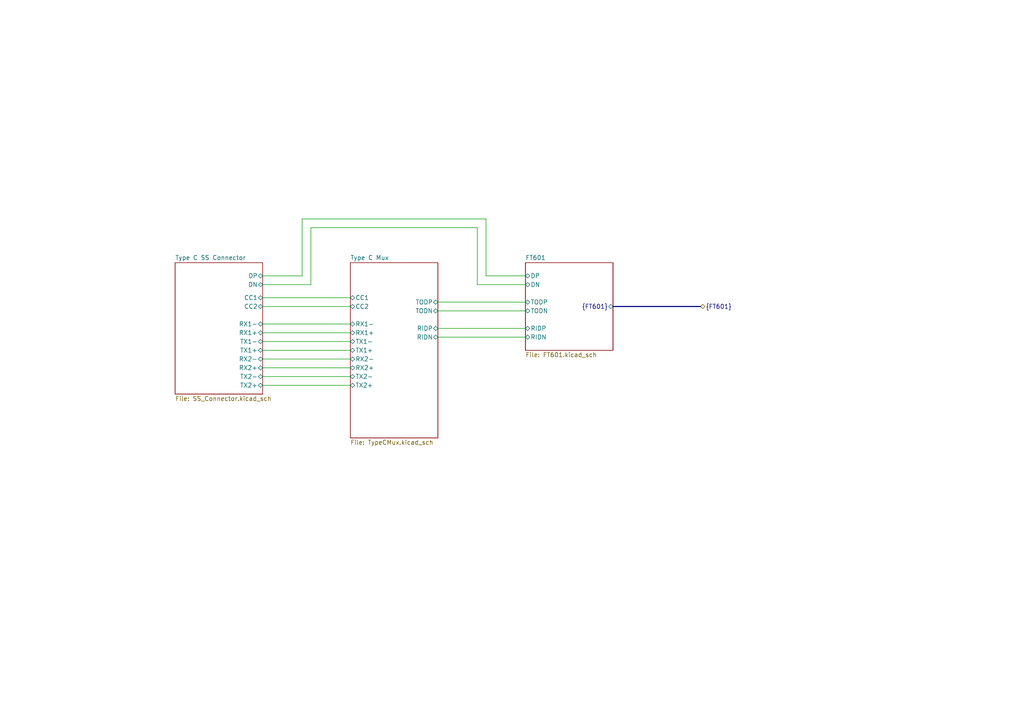
<source format=kicad_sch>
(kicad_sch
	(version 20231120)
	(generator "eeschema")
	(generator_version "8.0")
	(uuid "342b0470-aa83-45a5-8c09-20c70895e16a")
	(paper "A4")
	(title_block
		(title "PCIeDMA")
		(date "2024-01-01")
		(rev "1")
		(company "github.com/eggsampler")
	)
	(lib_symbols)
	(wire
		(pts
			(xy 138.43 66.04) (xy 90.17 66.04)
		)
		(stroke
			(width 0)
			(type default)
		)
		(uuid "003f3050-b64a-4e38-a7dd-e6c67e93dd17")
	)
	(wire
		(pts
			(xy 87.63 80.01) (xy 87.63 63.5)
		)
		(stroke
			(width 0)
			(type default)
		)
		(uuid "3d41bc6e-e58f-4532-b91b-c16106242f2b")
	)
	(wire
		(pts
			(xy 76.2 104.14) (xy 101.6 104.14)
		)
		(stroke
			(width 0)
			(type default)
		)
		(uuid "3e27ab09-43fb-4e27-ad37-4c3402505cde")
	)
	(wire
		(pts
			(xy 76.2 106.68) (xy 101.6 106.68)
		)
		(stroke
			(width 0)
			(type default)
		)
		(uuid "464dc292-30ad-4f73-92ff-09195c002c0e")
	)
	(wire
		(pts
			(xy 76.2 86.36) (xy 101.6 86.36)
		)
		(stroke
			(width 0)
			(type default)
		)
		(uuid "49360a01-ce26-44ac-a463-3f6ff5ce4e06")
	)
	(wire
		(pts
			(xy 76.2 80.01) (xy 87.63 80.01)
		)
		(stroke
			(width 0)
			(type default)
		)
		(uuid "4cd7df7b-091f-43cb-9d84-bf946971517c")
	)
	(wire
		(pts
			(xy 76.2 109.22) (xy 101.6 109.22)
		)
		(stroke
			(width 0)
			(type default)
		)
		(uuid "51e0dd94-a58e-4908-9aa2-3e80243ac0d0")
	)
	(wire
		(pts
			(xy 76.2 111.76) (xy 101.6 111.76)
		)
		(stroke
			(width 0)
			(type default)
		)
		(uuid "529d17f0-02c3-4592-8eac-ddbd63448d07")
	)
	(wire
		(pts
			(xy 90.17 82.55) (xy 76.2 82.55)
		)
		(stroke
			(width 0)
			(type default)
		)
		(uuid "55498931-38e2-432c-af8c-3dac8713bd59")
	)
	(wire
		(pts
			(xy 76.2 93.98) (xy 101.6 93.98)
		)
		(stroke
			(width 0)
			(type default)
		)
		(uuid "5d82dbb0-e314-48fb-807a-67fa4296fb80")
	)
	(wire
		(pts
			(xy 76.2 101.6) (xy 101.6 101.6)
		)
		(stroke
			(width 0)
			(type default)
		)
		(uuid "606a6007-8c32-4abc-a4c0-2e0700987752")
	)
	(wire
		(pts
			(xy 127 95.25) (xy 152.4 95.25)
		)
		(stroke
			(width 0)
			(type default)
		)
		(uuid "7dc6a9a1-9bbd-4b36-9909-834b7d42da6f")
	)
	(wire
		(pts
			(xy 152.4 82.55) (xy 138.43 82.55)
		)
		(stroke
			(width 0)
			(type default)
		)
		(uuid "8e1beaeb-c8be-4e41-9333-8161d32dec84")
	)
	(wire
		(pts
			(xy 127 97.79) (xy 152.4 97.79)
		)
		(stroke
			(width 0)
			(type default)
		)
		(uuid "95efd9e4-3e9e-4e7a-8767-7f808133fe59")
	)
	(wire
		(pts
			(xy 76.2 99.06) (xy 101.6 99.06)
		)
		(stroke
			(width 0)
			(type default)
		)
		(uuid "9b501fb1-c993-4121-b66b-fea00061f14b")
	)
	(wire
		(pts
			(xy 87.63 63.5) (xy 140.97 63.5)
		)
		(stroke
			(width 0)
			(type default)
		)
		(uuid "9f4d5fe8-e3ce-49c5-8df3-d70083bc65c9")
	)
	(wire
		(pts
			(xy 90.17 66.04) (xy 90.17 82.55)
		)
		(stroke
			(width 0)
			(type default)
		)
		(uuid "a4314c0f-1fc7-489a-9018-81d44a963add")
	)
	(wire
		(pts
			(xy 127 90.17) (xy 152.4 90.17)
		)
		(stroke
			(width 0)
			(type default)
		)
		(uuid "aca9f702-2ada-471d-84d0-87cf09eb465d")
	)
	(wire
		(pts
			(xy 140.97 80.01) (xy 152.4 80.01)
		)
		(stroke
			(width 0)
			(type default)
		)
		(uuid "ae09fe9d-87ff-42a9-98cd-79170e4c8988")
	)
	(bus
		(pts
			(xy 177.8 88.9) (xy 203.2 88.9)
		)
		(stroke
			(width 0)
			(type default)
		)
		(uuid "b0dbeacb-383d-4b85-b541-563281885281")
	)
	(wire
		(pts
			(xy 127 87.63) (xy 152.4 87.63)
		)
		(stroke
			(width 0)
			(type default)
		)
		(uuid "bb449247-d28a-4179-a4bb-d46c24b6807d")
	)
	(wire
		(pts
			(xy 138.43 82.55) (xy 138.43 66.04)
		)
		(stroke
			(width 0)
			(type default)
		)
		(uuid "cbafc78a-c0de-455c-a61f-da4f45dd4be8")
	)
	(wire
		(pts
			(xy 76.2 96.52) (xy 101.6 96.52)
		)
		(stroke
			(width 0)
			(type default)
		)
		(uuid "e35d0d5b-00e1-4275-83d0-276021687e03")
	)
	(wire
		(pts
			(xy 76.2 88.9) (xy 101.6 88.9)
		)
		(stroke
			(width 0)
			(type default)
		)
		(uuid "e47b6d81-a37d-4c30-aec7-a09cbd12c05b")
	)
	(wire
		(pts
			(xy 140.97 63.5) (xy 140.97 80.01)
		)
		(stroke
			(width 0)
			(type default)
		)
		(uuid "fdefcb5b-6979-4970-b89e-30591a5787e7")
	)
	(hierarchical_label "{FT601}"
		(shape bidirectional)
		(at 203.2 88.9 0)
		(fields_autoplaced yes)
		(effects
			(font
				(size 1.27 1.27)
			)
			(justify left)
		)
		(uuid "7bc03afc-18ce-4c2a-84ac-32f16ed332e9")
	)
	(sheet
		(at 152.4 76.2)
		(size 25.4 25.4)
		(fields_autoplaced yes)
		(stroke
			(width 0.1524)
			(type solid)
		)
		(fill
			(color 0 0 0 0.0000)
		)
		(uuid "1e1765f3-545d-4aaf-abef-9d51765eb357")
		(property "Sheetname" "FT601"
			(at 152.4 75.4884 0)
			(effects
				(font
					(size 1.27 1.27)
				)
				(justify left bottom)
			)
		)
		(property "Sheetfile" "FT601.kicad_sch"
			(at 152.4 102.1846 0)
			(effects
				(font
					(size 1.27 1.27)
				)
				(justify left top)
			)
		)
		(pin "{FT601}" bidirectional
			(at 177.8 88.9 0)
			(effects
				(font
					(size 1.27 1.27)
				)
				(justify right)
			)
			(uuid "91112773-2cd4-4bae-8d5a-b19f67df612e")
		)
		(pin "DP" bidirectional
			(at 152.4 80.01 180)
			(effects
				(font
					(size 1.27 1.27)
				)
				(justify left)
			)
			(uuid "9c3c18fc-c9d0-4b09-b69c-64a3386bfa1d")
		)
		(pin "TODN" bidirectional
			(at 152.4 90.17 180)
			(effects
				(font
					(size 1.27 1.27)
				)
				(justify left)
			)
			(uuid "187cf84c-1dc9-497e-9228-5288a427dfa2")
		)
		(pin "RIDP" bidirectional
			(at 152.4 95.25 180)
			(effects
				(font
					(size 1.27 1.27)
				)
				(justify left)
			)
			(uuid "490022cf-b637-4487-9cef-bf80a84e3ee2")
		)
		(pin "RIDN" bidirectional
			(at 152.4 97.79 180)
			(effects
				(font
					(size 1.27 1.27)
				)
				(justify left)
			)
			(uuid "6419dc20-8bb4-4483-8a05-488448317902")
		)
		(pin "TODP" bidirectional
			(at 152.4 87.63 180)
			(effects
				(font
					(size 1.27 1.27)
				)
				(justify left)
			)
			(uuid "c019d8fb-29f9-4393-a1f6-40a43fd964e2")
		)
		(pin "DN" bidirectional
			(at 152.4 82.55 180)
			(effects
				(font
					(size 1.27 1.27)
				)
				(justify left)
			)
			(uuid "cb933015-dda8-4ce0-afcf-b4f2e324e649")
		)
		(instances
			(project "PCIeDMA"
				(path "/e81b7940-99a9-4b7f-b36e-83163c2a41ea/7a0228e7-fd71-4077-a299-fb4e56b9ae94"
					(page "7")
				)
			)
		)
	)
	(sheet
		(at 101.6 76.2)
		(size 25.4 50.8)
		(fields_autoplaced yes)
		(stroke
			(width 0.1524)
			(type solid)
		)
		(fill
			(color 0 0 0 0.0000)
		)
		(uuid "548d1db4-f934-444a-a617-145d366d240a")
		(property "Sheetname" "Type C Mux"
			(at 101.6 75.4884 0)
			(effects
				(font
					(size 1.27 1.27)
				)
				(justify left bottom)
			)
		)
		(property "Sheetfile" "TypeCMux.kicad_sch"
			(at 101.6 127.5846 0)
			(effects
				(font
					(size 1.27 1.27)
				)
				(justify left top)
			)
		)
		(pin "RIDP" bidirectional
			(at 127 95.25 0)
			(effects
				(font
					(size 1.27 1.27)
				)
				(justify right)
			)
			(uuid "43cbb341-eaec-4878-afb5-1f5d232c27dc")
		)
		(pin "TODP" bidirectional
			(at 127 87.63 0)
			(effects
				(font
					(size 1.27 1.27)
				)
				(justify right)
			)
			(uuid "6651937c-dac6-4284-ba1c-78c5b4931040")
		)
		(pin "TODN" bidirectional
			(at 127 90.17 0)
			(effects
				(font
					(size 1.27 1.27)
				)
				(justify right)
			)
			(uuid "74843548-f275-4980-aa44-a582c792490d")
		)
		(pin "RIDN" bidirectional
			(at 127 97.79 0)
			(effects
				(font
					(size 1.27 1.27)
				)
				(justify right)
			)
			(uuid "b1bbc23c-8a42-4f6e-8cfb-2b02a7a71008")
		)
		(pin "TX1+" bidirectional
			(at 101.6 101.6 180)
			(effects
				(font
					(size 1.27 1.27)
				)
				(justify left)
			)
			(uuid "6a016a90-602a-4b72-92b7-5a4272b9de27")
		)
		(pin "RX1+" bidirectional
			(at 101.6 96.52 180)
			(effects
				(font
					(size 1.27 1.27)
				)
				(justify left)
			)
			(uuid "dfe7cc46-9d82-4210-9704-8663bb742cd0")
		)
		(pin "TX1-" bidirectional
			(at 101.6 99.06 180)
			(effects
				(font
					(size 1.27 1.27)
				)
				(justify left)
			)
			(uuid "cd0291d1-1051-4e4f-8ebf-87c37e1b2fa4")
		)
		(pin "RX2-" bidirectional
			(at 101.6 104.14 180)
			(effects
				(font
					(size 1.27 1.27)
				)
				(justify left)
			)
			(uuid "70ea42d9-1600-4257-bdfa-3ce4286b352d")
		)
		(pin "TX2-" bidirectional
			(at 101.6 109.22 180)
			(effects
				(font
					(size 1.27 1.27)
				)
				(justify left)
			)
			(uuid "e3b5d649-5229-43ea-913f-41c339ed96db")
		)
		(pin "RX2+" bidirectional
			(at 101.6 106.68 180)
			(effects
				(font
					(size 1.27 1.27)
				)
				(justify left)
			)
			(uuid "288b76cf-8e34-4d78-a0a3-af357c007dc1")
		)
		(pin "RX1-" bidirectional
			(at 101.6 93.98 180)
			(effects
				(font
					(size 1.27 1.27)
				)
				(justify left)
			)
			(uuid "15ceb985-cb7c-4c04-aa08-f6386c04379b")
		)
		(pin "TX2+" bidirectional
			(at 101.6 111.76 180)
			(effects
				(font
					(size 1.27 1.27)
				)
				(justify left)
			)
			(uuid "a386a5e1-d0e4-4966-8327-8ef32f41c46e")
		)
		(pin "CC2" bidirectional
			(at 101.6 88.9 180)
			(effects
				(font
					(size 1.27 1.27)
				)
				(justify left)
			)
			(uuid "f10710d8-949c-45dd-9fc1-fffc89005064")
		)
		(pin "CC1" bidirectional
			(at 101.6 86.36 180)
			(effects
				(font
					(size 1.27 1.27)
				)
				(justify left)
			)
			(uuid "c3bee9a1-715a-4bbb-85f8-829ad6a94594")
		)
		(instances
			(project "PCIeDMA"
				(path "/e81b7940-99a9-4b7f-b36e-83163c2a41ea/7a0228e7-fd71-4077-a299-fb4e56b9ae94"
					(page "6")
				)
			)
		)
	)
	(sheet
		(at 50.8 76.2)
		(size 25.4 38.1)
		(fields_autoplaced yes)
		(stroke
			(width 0.1524)
			(type solid)
		)
		(fill
			(color 0 0 0 0.0000)
		)
		(uuid "c6b17c31-cfdb-46cd-b24a-c1c1d0663a5b")
		(property "Sheetname" "Type C SS Connector"
			(at 50.8 75.4884 0)
			(effects
				(font
					(size 1.27 1.27)
				)
				(justify left bottom)
			)
		)
		(property "Sheetfile" "SS_Connector.kicad_sch"
			(at 50.8 114.8846 0)
			(effects
				(font
					(size 1.27 1.27)
				)
				(justify left top)
			)
		)
		(pin "DP" bidirectional
			(at 76.2 80.01 0)
			(effects
				(font
					(size 1.27 1.27)
				)
				(justify right)
			)
			(uuid "3135b99a-7373-4c47-84e7-b54360c06b42")
		)
		(pin "CC1" bidirectional
			(at 76.2 86.36 0)
			(effects
				(font
					(size 1.27 1.27)
				)
				(justify right)
			)
			(uuid "89c9252b-ec31-4b88-bde9-e01234033454")
		)
		(pin "CC2" bidirectional
			(at 76.2 88.9 0)
			(effects
				(font
					(size 1.27 1.27)
				)
				(justify right)
			)
			(uuid "c2c6ab6e-94bb-4224-a6e5-79045f0a1399")
		)
		(pin "DN" bidirectional
			(at 76.2 82.55 0)
			(effects
				(font
					(size 1.27 1.27)
				)
				(justify right)
			)
			(uuid "8a6ad84e-5fe9-4a31-8d10-7e7b3a21b648")
		)
		(pin "TX2-" bidirectional
			(at 76.2 109.22 0)
			(effects
				(font
					(size 1.27 1.27)
				)
				(justify right)
			)
			(uuid "5a3b6974-22e9-4b40-9ffa-cd56ae42c3b7")
		)
		(pin "RX1-" bidirectional
			(at 76.2 93.98 0)
			(effects
				(font
					(size 1.27 1.27)
				)
				(justify right)
			)
			(uuid "3f7bdaaf-95d6-4ea2-a2b6-acefacffd82e")
		)
		(pin "RX2-" bidirectional
			(at 76.2 104.14 0)
			(effects
				(font
					(size 1.27 1.27)
				)
				(justify right)
			)
			(uuid "df28c94c-0c07-4474-a797-c0b5bfcb1d64")
		)
		(pin "RX2+" bidirectional
			(at 76.2 106.68 0)
			(effects
				(font
					(size 1.27 1.27)
				)
				(justify right)
			)
			(uuid "3cc13465-5bb0-4de9-883e-9d5f2459edfe")
		)
		(pin "TX2+" bidirectional
			(at 76.2 111.76 0)
			(effects
				(font
					(size 1.27 1.27)
				)
				(justify right)
			)
			(uuid "435958e4-607c-48ab-8fc6-a11f5b19c6c9")
		)
		(pin "RX1+" bidirectional
			(at 76.2 96.52 0)
			(effects
				(font
					(size 1.27 1.27)
				)
				(justify right)
			)
			(uuid "a03c6f05-da70-46c9-a569-f231778ba537")
		)
		(pin "TX1-" bidirectional
			(at 76.2 99.06 0)
			(effects
				(font
					(size 1.27 1.27)
				)
				(justify right)
			)
			(uuid "a24a85ef-9b64-4b0b-b7f8-48e052a26a16")
		)
		(pin "TX1+" bidirectional
			(at 76.2 101.6 0)
			(effects
				(font
					(size 1.27 1.27)
				)
				(justify right)
			)
			(uuid "4675e055-f862-40a8-b0fd-088a487801d2")
		)
		(instances
			(project "PCIeDMA"
				(path "/e81b7940-99a9-4b7f-b36e-83163c2a41ea/7a0228e7-fd71-4077-a299-fb4e56b9ae94"
					(page "5")
				)
			)
		)
	)
)
</source>
